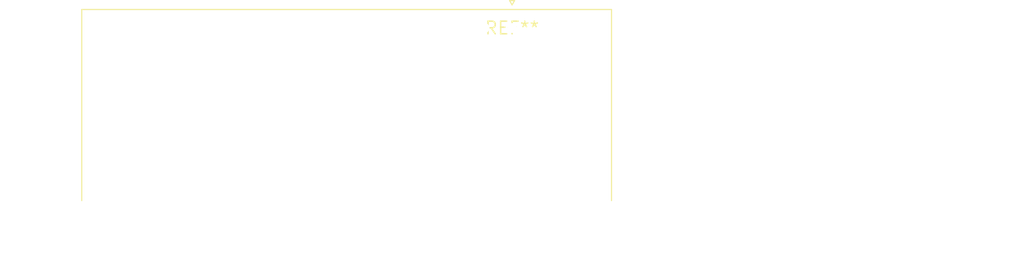
<source format=kicad_pcb>
(kicad_pcb (version 20240108) (generator pcbnew)
  (layers (0 "F.Cu" signal) (31 "B.Cu" signal) (34 "B.Paste" user) (35 "F.Paste" user) (36 "B.SilkS" user "B.Silkscreen") (37 "F.SilkS" user "F.Silkscreen") (38 "B.Mask" user) (39 "F.Mask" user) (44 "Edge.Cuts" user))
  (net 0 "")
  (footprint "DSUB-25_Female_Horizontal_P2.77x2.84mm_EdgePinOffset14.56mm_Housed_MountingHolesOffset15.98mm" (layer "F.Cu") (at 0 0)
    (property "Reference" "REF**")
    (property "Value" "DSUB-25_Female_Horizontal_P2.77x2.84mm_EdgePinOffset14.56mm_Housed_MountingHolesOffset15.98mm")
    (fp_line (start -43.23 -1.86) (end 9.99 -1.86) (layer "F.SilkS") (stroke (width 0.12)))
    (fp_line (start -43.23 17.34) (end -43.23 -1.86) (layer "F.SilkS") (stroke (width 0.12)))
    (fp_line (start -0.25 -2.754338) (end 0.25 -2.754338) (layer "F.SilkS") (stroke (width 0.12)))
    (fp_line (start 0 -2.321325) (end -0.25 -2.754338) (layer "F.SilkS") (stroke (width 0.12)))
    (fp_line (start 0.25 -2.754338) (end 0 -2.321325) (layer "F.SilkS") (stroke (width 0.12)))
    (fp_line (start 9.99 -1.86) (end 9.99 17.34) (layer "F.SilkS") (stroke (width 0.12)))
    (pad "0" thru_hole circle (at -40.17 1.42) (size 4 4) (drill 3.2) (layers *.Cu *.Mask) (remove_unused_layers))
    (pad "0" thru_hole circle (at 6.93 1.42) (size 4 4) (drill 3.2) (layers *.Cu *.Mask) (remove_unused_layers))
    (pad "1" thru_hole rect (at 0 0) (size 1.6 1.6) (drill 1) (layers *.Cu *.Mask) (remove_unused_layers))
    (pad "2" thru_hole circle (at -2.77 0) (size 1.6 1.6) (drill 1) (layers *.Cu *.Mask) (remove_unused_layers))
    (pad "3" thru_hole circle (at -5.54 0) (size 1.6 1.6) (drill 1) (layers *.Cu *.Mask) (remove_unused_layers))
    (pad "4" thru_hole circle (at -8.31 0) (size 1.6 1.6) (drill 1) (layers *.Cu *.Mask) (remove_unused_layers))
    (pad "5" thru_hole circle (at -11.08 0) (size 1.6 1.6) (drill 1) (layers *.Cu *.Mask) (remove_unused_layers))
    (pad "6" thru_hole circle (at -13.85 0) (size 1.6 1.6) (drill 1) (layers *.Cu *.Mask) (remove_unused_layers))
    (pad "7" thru_hole circle (at -16.62 0) (size 1.6 1.6) (drill 1) (layers *.Cu *.Mask) (remove_unused_layers))
    (pad "8" thru_hole circle (at -19.39 0) (size 1.6 1.6) (drill 1) (layers *.Cu *.Mask) (remove_unused_layers))
    (pad "9" thru_hole circle (at -22.16 0) (size 1.6 1.6) (drill 1) (layers *.Cu *.Mask) (remove_unused_layers))
    (pad "10" thru_hole circle (at -24.93 0) (size 1.6 1.6) (drill 1) (layers *.Cu *.Mask) (remove_unused_layers))
    (pad "11" thru_hole circle (at -27.7 0) (size 1.6 1.6) (drill 1) (layers *.Cu *.Mask) (remove_unused_layers))
    (pad "12" thru_hole circle (at -30.47 0) (size 1.6 1.6) (drill 1) (layers *.Cu *.Mask) (remove_unused_layers))
    (pad "13" thru_hole circle (at -33.24 0) (size 1.6 1.6) (drill 1) (layers *.Cu *.Mask) (remove_unused_layers))
    (pad "14" thru_hole circle (at -1.385 2.84) (size 1.6 1.6) (drill 1) (layers *.Cu *.Mask) (remove_unused_layers))
    (pad "15" thru_hole circle (at -4.155 2.84) (size 1.6 1.6) (drill 1) (layers *.Cu *.Mask) (remove_unused_layers))
    (pad "16" thru_hole circle (at -6.925 2.84) (size 1.6 1.6) (drill 1) (layers *.Cu *.Mask) (remove_unused_layers))
    (pad "17" thru_hole circle (at -9.695 2.84) (size 1.6 1.6) (drill 1) (layers *.Cu *.Mask) (remove_unused_layers))
    (pad "18" thru_hole circle (at -12.465 2.84) (size 1.6 1.6) (drill 1) (layers *.Cu *.Mask) (remove_unused_layers))
    (pad "19" thru_hole circle (at -15.235 2.84) (size 1.6 1.6) (drill 1) (layers *.Cu *.Mask) (remove_unused_layers))
    (pad "20" thru_hole circle (at -18.005 2.84) (size 1.6 1.6) (drill 1) (layers *.Cu *.Mask) (remove_unused_layers))
    (pad "21" thru_hole circle (at -20.775 2.84) (size 1.6 1.6) (drill 1) (layers *.Cu *.Mask) (remove_unused_layers))
    (pad "22" thru_hole circle (at -23.545 2.84) (size 1.6 1.6) (drill 1) (layers *.Cu *.Mask) (remove_unused_layers))
    (pad "23" thru_hole circle (at -26.315 2.84) (size 1.6 1.6) (drill 1) (layers *.Cu *.Mask) (remove_unused_layers))
    (pad "24" thru_hole circle (at -29.085 2.84) (size 1.6 1.6) (drill 1) (layers *.Cu *.Mask) (remove_unused_layers))
    (pad "25" thru_hole circle (at -31.855 2.84) (size 1.6 1.6) (drill 1) (layers *.Cu *.Mask) (remove_unused_layers))
  )
)
</source>
